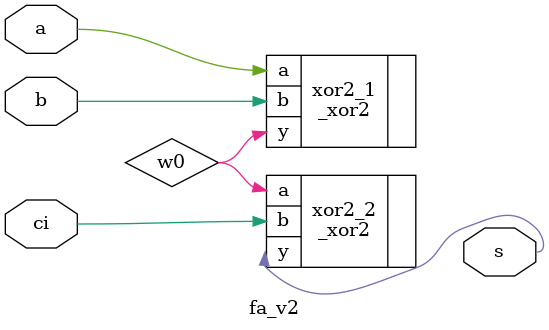
<source format=v>
module fa_v2(a, b, ci, s); //Full Adder Version 2

	input a, b, ci; //set input
	output s; //set output
	
	wire w0; //set wire
	
	_xor2 xor2_1(.a(a), .b(b), .y(w0));
	_xor2 xor2_2(.a(w0), .b(ci), .y(s));
	//A ^ B ^ Cin
	
endmodule

</source>
